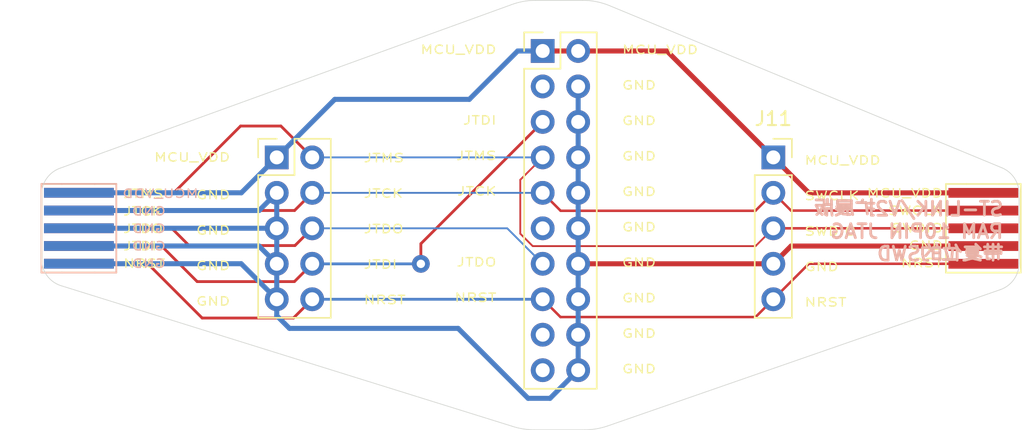
<source format=kicad_pcb>
(kicad_pcb (version 20241229) (generator "pcbnew") (generator_version "9.0")
  (layers (0 "F.Cu" signal) (2 "B.Cu" signal) (13 "F.Paste" user) (15 "B.Paste" user) (5 "F.SilkS" user "F.Silkscreen") (7 "B.SilkS" user "B.Silkscreen") (1 "F.Mask" user) (3 "B.Mask" user) (25 "Edge.Cuts" user))
  (net 0 "")
  (net 2 "/GND")
  (net 3 "/NJTRST")
  (net 4 "/NRST")
  (net 5 "/MCU VDD")
  (net 6 "/JTDI")
  (net 7 "/JTCK")
  (net 8 "/JTDO")
  (net 9 "/JTMS")
  (footprint "Library:FPC_2x5" (layer "F.Cu") (at 102.67 115.57 -90)
    (property "Reference" "J15" (hide yes))
    (property "Value" "Conn_02x05_Odd_Even")
    (fp_line (start -3.175 2.68) (end 3.175 2.68) (stroke (width 0.12)) (layer "F.SilkS"))
    (fp_line (start -3.175 2.68) (end -3.175 1.22) (stroke (width 0.12)) (layer "F.SilkS"))
    (fp_line (start 3.175 2.68) (end 3.175 1.22) (stroke (width 0.12)) (layer "F.SilkS"))
    (fp_line (start -3.175 1.22) (end -3.175 -1.14) (stroke (width 0.12)) (layer "F.SilkS"))
    (fp_line (start 3.175 1.22) (end 3.175 -1.14) (stroke (width 0.12)) (layer "F.SilkS"))
    (fp_line (start -3.175 -1.14) (end -3.175 -2.68) (stroke (width 0.12)) (layer "F.SilkS"))
    (fp_line (start 3.175 -1.14) (end 3.175 -2.68) (stroke (width 0.12)) (layer "F.SilkS"))
    (fp_line (start -3.175 -2.68) (end 3.175 -2.68) (stroke (width 0.12)) (layer "F.SilkS"))
    (fp_line (start -3.175 2.68) (end -3.175 1.22) (stroke (width 0.12)) (layer "B.SilkS"))
    (fp_line (start 3.175 2.68) (end -3.175 2.68) (stroke (width 0.12)) (layer "B.SilkS"))
    (fp_line (start 3.175 2.68) (end 3.175 1.22) (stroke (width 0.12)) (layer "B.SilkS"))
    (fp_line (start -3.175 1.22) (end -3.175 -1.14) (stroke (width 0.12)) (layer "B.SilkS"))
    (fp_line (start 3.175 1.22) (end 3.175 -1.14) (stroke (width 0.12)) (layer "B.SilkS"))
    (fp_line (start -3.175 -1.14) (end -3.175 -2.68) (stroke (width 0.12)) (layer "B.SilkS"))
    (fp_line (start 3.175 -1.14) (end 3.175 -2.68) (stroke (width 0.12)) (layer "B.SilkS"))
    (fp_line (start 3.175 -2.68) (end -3.175 -2.68) (stroke (width 0.12)) (layer "B.SilkS"))
    (pad "1" smd rect (at -2.54 0 270) (size 0.7 5) (layers "B.Cu" "B.Mask" "B.Paste") (net 5 "/MCU VDD"))
    (pad "2" smd rect (at -2.54 0 270) (size 0.7 5) (layers "F.Cu" "F.Mask" "F.Paste") (net 9 "/JTMS"))
    (pad "3" smd rect (at -1.27 0 270) (size 0.7 5) (layers "B.Cu" "B.Mask" "B.Paste") (net 2 "/GND"))
    (pad "4" smd rect (at -1.27 0 270) (size 0.7 5) (layers "F.Cu" "F.Mask" "F.Paste") (net 7 "/JTCK"))
    (pad "5" smd rect (at 0 0 270) (size 0.7 5) (layers "B.Cu" "B.Mask" "B.Paste") (net 2 "/GND"))
    (pad "6" smd rect (at 0 0 270) (size 0.7 5) (layers "F.Cu" "F.Mask" "F.Paste") (net 8 "/JTDO"))
    (pad "7" smd rect (at 1.27 0 270) (size 0.7 5) (layers "B.Cu" "B.Mask" "B.Paste") (net 2 "/GND"))
    (pad "8" smd rect (at 1.27 0 270) (size 0.7 5) (layers "F.Cu" "F.Mask" "F.Paste") (net 6 "/JTDI"))
    (pad "9" smd rect (at 2.54 0 270) (size 0.7 5) (layers "B.Cu" "B.Mask" "B.Paste") (net 2 "/GND"))
    (pad "10" smd rect (at 2.54 0 270) (size 0.7 5) (layers "F.Cu" "F.Mask" "F.Paste") (net 4 "/NRST"))
  )
  (footprint "Connector_PinHeader_2.54mm:PinHeader_2x10_P2.54mm_Vertical" (layer "F.Cu") (at 135.885 102.875)
    (property "Reference" "J5" (hide yes))
    (property "Value" "Conn_02x10_Odd_Even")
    (fp_line (start -1.33 -1.33) (end 0 -1.33) (stroke (width 0.12)) (layer "F.SilkS"))
    (fp_line (start -1.33 0) (end -1.33 -1.33) (stroke (width 0.12)) (layer "F.SilkS"))
    (fp_line (start -1.33 1.27) (end -1.33 24.19) (stroke (width 0.12)) (layer "F.SilkS"))
    (fp_line (start -1.33 1.27) (end 1.27 1.27) (stroke (width 0.12)) (layer "F.SilkS"))
    (fp_line (start -1.33 24.19) (end 3.87 24.19) (stroke (width 0.12)) (layer "F.SilkS"))
    (fp_line (start 1.27 -1.33) (end 3.87 -1.33) (stroke (width 0.12)) (layer "F.SilkS"))
    (fp_line (start 1.27 1.27) (end 1.27 -1.33) (stroke (width 0.12)) (layer "F.SilkS"))
    (fp_line (start 3.87 -1.33) (end 3.87 24.19) (stroke (width 0.12)) (layer "F.SilkS"))
    (pad "1" thru_hole rect (at 0 0) (size 1.7 1.7) (drill 1) (layers "*.Cu" "*.Mask") (net 5 "/MCU VDD"))
    (pad "2" thru_hole oval (at 2.54 0) (size 1.7 1.7) (drill 1) (layers "*.Cu" "*.Mask") (net 5 "/MCU VDD"))
    (pad "3" thru_hole oval (at 0 2.54) (size 1.7 1.7) (drill 1) (layers "*.Cu" "*.Mask") (net 3 "/NJTRST"))
    (pad "4" thru_hole oval (at 2.54 2.54) (size 1.7 1.7) (drill 1) (layers "*.Cu" "*.Mask") (net 2 "/GND"))
    (pad "5" thru_hole oval (at 0 5.08) (size 1.7 1.7) (drill 1) (layers "*.Cu" "*.Mask") (net 6 "/JTDI"))
    (pad "6" thru_hole oval (at 2.54 5.08) (size 1.7 1.7) (drill 1) (layers "*.Cu" "*.Mask") (net 2 "/GND"))
    (pad "7" thru_hole oval (at 0 7.62) (size 1.7 1.7) (drill 1) (layers "*.Cu" "*.Mask") (net 9 "/JTMS"))
    (pad "8" thru_hole oval (at 2.54 7.62) (size 1.7 1.7) (drill 1) (layers "*.Cu" "*.Mask") (net 2 "/GND"))
    (pad "9" thru_hole oval (at 0 10.16) (size 1.7 1.7) (drill 1) (layers "*.Cu" "*.Mask") (net 7 "/JTCK"))
    (pad "10" thru_hole oval (at 2.54 10.16) (size 1.7 1.7) (drill 1) (layers "*.Cu" "*.Mask") (net 2 "/GND"))
    (pad "11" thru_hole oval (at 0 12.7) (size 1.7 1.7) (drill 1) (layers "*.Cu" "*.Mask"))
    (pad "12" thru_hole oval (at 2.54 12.7) (size 1.7 1.7) (drill 1) (layers "*.Cu" "*.Mask") (net 2 "/GND"))
    (pad "13" thru_hole oval (at 0 15.24) (size 1.7 1.7) (drill 1) (layers "*.Cu" "*.Mask") (net 8 "/JTDO"))
    (pad "14" thru_hole oval (at 2.54 15.24) (size 1.7 1.7) (drill 1) (layers "*.Cu" "*.Mask") (net 2 "/GND"))
    (pad "15" thru_hole oval (at 0 17.78) (size 1.7 1.7) (drill 1) (layers "*.Cu" "*.Mask") (net 4 "/NRST"))
    (pad "16" thru_hole oval (at 2.54 17.78) (size 1.7 1.7) (drill 1) (layers "*.Cu" "*.Mask") (net 2 "/GND"))
    (pad "17" thru_hole oval (at 0 20.32) (size 1.7 1.7) (drill 1) (layers "*.Cu" "*.Mask"))
    (pad "18" thru_hole oval (at 2.54 20.32) (size 1.7 1.7) (drill 1) (layers "*.Cu" "*.Mask") (net 2 "/GND"))
    (pad "19" thru_hole oval (at 0 22.86) (size 1.7 1.7) (drill 1) (layers "*.Cu" "*.Mask"))
    (pad "20" thru_hole oval (at 2.54 22.86) (size 1.7 1.7) (drill 1) (layers "*.Cu" "*.Mask") (net 2 "/GND"))
  )
  (footprint "Library:FPC_5" (layer "F.Cu") (at 167.44 115.575 -90)
    (property "Reference" "J10" (hide yes))
    (property "Value" "PINHD_1x5_Female")
    (fp_line (start -3.175 2.68) (end 3.175 2.68) (stroke (width 0.12)) (layer "F.SilkS"))
    (fp_line (start -3.175 2.68) (end -3.175 1.22) (stroke (width 0.12)) (layer "F.SilkS"))
    (fp_line (start 3.175 2.68) (end 3.175 1.22) (stroke (width 0.12)) (layer "F.SilkS"))
    (fp_line (start -3.175 1.22) (end -3.175 -1.14) (stroke (width 0.12)) (layer "F.SilkS"))
    (fp_line (start 3.175 1.22) (end 3.175 -1.14) (stroke (width 0.12)) (layer "F.SilkS"))
    (fp_line (start -3.175 -1.14) (end -3.175 -2.68) (stroke (width 0.12)) (layer "F.SilkS"))
    (fp_line (start 3.175 -1.14) (end 3.175 -2.68) (stroke (width 0.12)) (layer "F.SilkS"))
    (fp_line (start -3.175 -2.68) (end 3.175 -2.68) (stroke (width 0.12)) (layer "F.SilkS"))
    (pad "1" smd rect (at -2.54 0 270) (size 0.7 5) (layers "F.Cu" "F.Mask" "F.Paste") (net 5 "/MCU VDD"))
    (pad "2" smd rect (at -1.27 0 270) (size 0.7 5) (layers "F.Cu" "F.Mask" "F.Paste") (net 7 "/JTCK"))
    (pad "3" smd rect (at 0 0 270) (size 0.7 5) (layers "F.Cu" "F.Mask" "F.Paste") (net 9 "/JTMS"))
    (pad "4" smd rect (at 1.27 0 270) (size 0.7 5) (layers "F.Cu" "F.Mask" "F.Paste") (net 2 "/GND"))
    (pad "5" smd rect (at 2.54 0 270) (size 0.7 5) (layers "F.Cu" "F.Mask" "F.Paste") (net 4 "/NRST"))
  )
  (footprint "Connector_PinHeader_2.54mm:PinHeader_2x05_P2.54mm_Vertical" (layer "F.Cu") (at 116.84 110.495)
    (property "Reference" "J14" (hide yes))
    (property "Value" "Conn_02x05_Odd_Even")
    (fp_line (start -1.33 -1.33) (end 0 -1.33) (stroke (width 0.12)) (layer "F.SilkS"))
    (fp_line (start -1.33 0) (end -1.33 -1.33) (stroke (width 0.12)) (layer "F.SilkS"))
    (fp_line (start -1.33 1.27) (end -1.33 11.49) (stroke (width 0.12)) (layer "F.SilkS"))
    (fp_line (start -1.33 1.27) (end 1.27 1.27) (stroke (width 0.12)) (layer "F.SilkS"))
    (fp_line (start -1.33 11.49) (end 3.87 11.49) (stroke (width 0.12)) (layer "F.SilkS"))
    (fp_line (start 1.27 -1.33) (end 3.87 -1.33) (stroke (width 0.12)) (layer "F.SilkS"))
    (fp_line (start 1.27 1.27) (end 1.27 -1.33) (stroke (width 0.12)) (layer "F.SilkS"))
    (fp_line (start 3.87 -1.33) (end 3.87 11.49) (stroke (width 0.12)) (layer "F.SilkS"))
    (pad "1" thru_hole rect (at 0 0) (size 1.7 1.7) (drill 1) (layers "*.Cu" "*.Mask") (net 5 "/MCU VDD"))
    (pad "2" thru_hole oval (at 2.54 0) (size 1.7 1.7) (drill 1) (layers "*.Cu" "*.Mask") (net 9 "/JTMS"))
    (pad "3" thru_hole oval (at 0 2.54) (size 1.7 1.7) (drill 1) (layers "*.Cu" "*.Mask") (net 2 "/GND"))
    (pad "4" thru_hole oval (at 2.54 2.54) (size 1.7 1.7) (drill 1) (layers "*.Cu" "*.Mask") (net 7 "/JTCK"))
    (pad "5" thru_hole oval (at 0 5.08) (size 1.7 1.7) (drill 1) (layers "*.Cu" "*.Mask") (net 2 "/GND"))
    (pad "6" thru_hole oval (at 2.54 5.08) (size 1.7 1.7) (drill 1) (layers "*.Cu" "*.Mask") (net 8 "/JTDO"))
    (pad "7" thru_hole oval (at 0 7.62) (size 1.7 1.7) (drill 1) (layers "*.Cu" "*.Mask") (net 2 "/GND"))
    (pad "8" thru_hole oval (at 2.54 7.62) (size 1.7 1.7) (drill 1) (layers "*.Cu" "*.Mask") (net 6 "/JTDI"))
    (pad "9" thru_hole oval (at 0 10.16) (size 1.7 1.7) (drill 1) (layers "*.Cu" "*.Mask") (net 2 "/GND"))
    (pad "10" thru_hole oval (at 2.54 10.16) (size 1.7 1.7) (drill 1) (layers "*.Cu" "*.Mask") (net 4 "/NRST"))
  )
  (footprint "Connector_PinSocket_2.54mm:PinSocket_1x05_P2.54mm_Vertical" (layer "F.Cu") (at 152.4 110.495)
    (property "Reference" "J11" (at 0 -2.77 0) (layer "F.SilkS"))
    (property "Value" "PINHD_1x5_Female")
    (fp_line (start -1.33 1.27) (end -1.33 11.49) (stroke (width 0.12)) (layer "F.SilkS"))
    (fp_line (start -1.33 1.27) (end 1.33 1.27) (stroke (width 0.12)) (layer "F.SilkS"))
    (fp_line (start -1.33 11.49) (end 1.33 11.49) (stroke (width 0.12)) (layer "F.SilkS"))
    (fp_line (start 0 -1.33) (end 1.33 -1.33) (stroke (width 0.12)) (layer "F.SilkS"))
    (fp_line (start 1.33 -1.33) (end 1.33 0) (stroke (width 0.12)) (layer "F.SilkS"))
    (fp_line (start 1.33 1.27) (end 1.33 11.49) (stroke (width 0.12)) (layer "F.SilkS"))
    (pad "1" thru_hole rect (at 0 0) (size 1.7 1.7) (drill 1) (layers "*.Cu" "*.Mask") (net 5 "/MCU VDD"))
    (pad "2" thru_hole circle (at 0 2.54) (size 1.7 1.7) (drill 1) (layers "*.Cu" "*.Mask") (net 7 "/JTCK"))
    (pad "3" thru_hole circle (at 0 5.08) (size 1.7 1.7) (drill 1) (layers "*.Cu" "*.Mask") (net 9 "/JTMS"))
    (pad "4" thru_hole circle (at 0 7.62) (size 1.7 1.7) (drill 1) (layers "*.Cu" "*.Mask") (net 2 "/GND"))
    (pad "5" thru_hole circle (at 0 10.16) (size 1.7 1.7) (drill 1) (layers "*.Cu" "*.Mask") (net 4 "/NRST"))
  )
  (gr_arc (start 168.763804 111.239175) (mid 169.662469 111.975737) (end 170 113.087581) (stroke (width 0.05)) (layer "Edge.Cuts"))
  (gr_arc (start 100 113.152591) (mid 100.362537 112.004247) (end 101.318702 111.272209) (stroke (width 0.05)) (layer "Edge.Cuts"))
  (gr_arc (start 170 118.077157) (mid 169.629688 119.23656) (end 168.65583 119.966571) (stroke (width 0.05)) (layer "Edge.Cuts"))
  (gr_line (start 170 118.077157) (end 170 113.087581) (stroke (width 0.05)) (layer "Edge.Cuts"))
  (gr_line (start 135.260943 130) (end 138.906904 130) (stroke (width 0.05)) (layer "Edge.Cuts"))
  (gr_line (start 138.757636 99.25) (end 135.377875 99.25) (stroke (width 0.05)) (layer "Edge.Cuts"))
  (gr_arc (start 140.546479 129.723536) (mid 139.738264 129.930399) (end 138.906904 130) (stroke (width 0.05)) (layer "Edge.Cuts"))
  (gr_line (start 101.405026 119.687798) (end 133.773508 129.773629) (stroke (width 0.05)) (layer "Edge.Cuts"))
  (gr_arc (start 138.757636 99.25) (mid 139.731012 99.345668) (end 140.667146 99.628986) (stroke (width 0.05)) (layer "Edge.Cuts"))
  (gr_arc (start 135.260943 130) (mid 134.508661 129.94309) (end 133.773508 129.773629) (stroke (width 0.05)) (layer "Edge.Cuts"))
  (gr_arc (start 101.405026 119.687798) (mid 100.389108 118.963684) (end 100 117.778346) (stroke (width 0.05)) (layer "Edge.Cuts"))
  (gr_line (start 100 113.152591) (end 100 117.778346) (stroke (width 0.05)) (layer "Edge.Cuts"))
  (gr_line (start 140.546479 129.723536) (end 168.65583 119.966571) (stroke (width 0.05)) (layer "Edge.Cuts"))
  (gr_arc (start 133.674631 99.549047) (mid 134.513226 99.325325) (end 135.377875 99.25) (stroke (width 0.05)) (layer "Edge.Cuts"))
  (gr_line (start 168.763804 111.239175) (end 140.667146 99.628986) (stroke (width 0.05)) (layer "Edge.Cuts"))
  (gr_line (start 133.674631 99.549047) (end 101.318702 111.272209) (stroke (width 0.05)) (layer "Edge.Cuts"))
  (gr_text "MCU_VDD" (at 154.57 111.06 0) (layer "F.SilkS") (effects (font (size 0.6 0.8) (thickness 0.1)) (justify left bottom)))
  (gr_text "MCU_VDD\n" (at 127.061905 103.13 0) (layer "F.SilkS") (effects (font (size 0.6 0.8) (thickness 0.1)) (justify left bottom)))
  (gr_text "GND" (at 141.5 115.84 0) (layer "F.SilkS") (effects (font (size 0.6 0.8) (thickness 0.1)) (justify left bottom)))
  (gr_text "JTMS" (at 129.614285 110.73 0) (layer "F.SilkS") (effects (font (size 0.6 0.8) (thickness 0.1)) (justify left bottom)))
  (gr_text "GND" (at 141.5 113.3 0) (layer "F.SilkS") (effects (font (size 0.6 0.8) (thickness 0.1)) (justify left bottom)))
  (gr_text "SWDIO" (at 154.57 116.14 0) (layer "F.SilkS") (effects (font (size 0.6 0.8) (thickness 0.1)) (justify left bottom)))
  (gr_text "GND" (at 111 118.61 0) (layer "F.SilkS") (effects (font (size 0.6 0.8) (thickness 0.1)) (justify left bottom)))
  (gr_text "NRST" (at 154.57 121.22 0) (layer "F.SilkS") (effects (font (size 0.6 0.8) (thickness 0.1)) (justify left bottom)))
  (gr_text "NRST" (at 129.5 120.89 0) (layer "F.SilkS") (effects (font (size 0.6 0.8) (thickness 0.1)) (justify left bottom)))
  (gr_text "GND" (at 162.035715 117.16 0) (layer "F.SilkS") (effects (font (size 0.6 0.8) (thickness 0.1)) (justify left bottom)))
  (gr_text "MCU_VDD" (at 159.026191 113.41 0) (layer "F.SilkS") (effects (font (size 0.6 0.8) (thickness 0.1)) (justify left bottom)))
  (gr_text "JTMS" (at 105.78 113.45 0) (layer "F.SilkS") (effects (font (size 0.6 0.8) (thickness 0.1)) (justify left bottom)))
  (gr_text "GND" (at 111 113.53 0) (layer "F.SilkS") (effects (font (size 0.6 0.8) (thickness 0.1)) (justify left bottom)))
  (gr_text "JTDO" (at 129.652381 118.35 0) (layer "F.SilkS") (effects (font (size 0.6 0.8) (thickness 0.1)) (justify left bottom)))
  (gr_text "NRST" (at 105.78 118.45 0) (layer "F.SilkS") (effects (font (size 0.6 0.8) (thickness 0.1)) (justify left bottom)))
  (gr_text "GND" (at 111 121.15 0) (layer "F.SilkS") (effects (font (size 0.6 0.8) (thickness 0.1)) (justify left bottom)))
  (gr_text "JTCK" (at 123 113.43 0) (layer "F.SilkS") (effects (font (size 0.6 0.8) (thickness 0.1)) (justify left bottom)))
  (gr_text "JTDO" (at 123 115.97 0) (layer "F.SilkS") (effects (font (size 0.6 0.8) (thickness 0.1)) (justify left bottom)))
  (gr_text "GND" (at 141.5 110.76 0) (layer "F.SilkS") (effects (font (size 0.6 0.8) (thickness 0.1)) (justify left bottom)))
  (gr_text "SWCLK" (at 160.55 114.66 0) (layer "F.SilkS") (effects (font (size 0.6 0.8) (thickness 0.1)) (justify left bottom)))
  (gr_text "JTDI" (at 105.78 117.2 0) (layer "F.SilkS") (effects (font (size 0.6 0.8) (thickness 0.1)) (justify left bottom)))
  (gr_text "GND" (at 141.5 108.22 0) (layer "F.SilkS") (effects (font (size 0.6 0.8) (thickness 0.1)) (justify left bottom)))
  (gr_text "SWDIO" (at 160.778572 115.91 0) (layer "F.SilkS") (effects (font (size 0.6 0.8) (thickness 0.1)) (justify left bottom)))
  (gr_text "GND" (at 141.5 105.68 0) (layer "F.SilkS") (effects (font (size 0.6 0.8) (thickness 0.1)) (justify left bottom)))
  (gr_text "GND" (at 154.57 118.68 0) (layer "F.SilkS") (effects (font (size 0.6 0.8) (thickness 0.1)) (justify left bottom)))
  (gr_text "JTCK" (at 129.690476 113.27 0) (layer "F.SilkS") (effects (font (size 0.6 0.8) (thickness 0.1)) (justify left bottom)))
  (gr_text "JTDI" (at 123 118.51 0) (layer "F.SilkS") (effects (font (size 0.6 0.8) (thickness 0.1)) (justify left bottom)))
  (gr_text "GND" (at 141.5 126 0) (layer "F.SilkS") (effects (font (size 0.6 0.8) (thickness 0.1)) (justify left bottom)))
  (gr_text "JTDO" (at 105.78 115.95 0) (layer "F.SilkS") (effects (font (size 0.6 0.8) (thickness 0.1)) (justify left bottom)))
  (gr_text "JTDI" (at 130.109524 108.19 0) (layer "F.SilkS") (effects (font (size 0.6 0.8) (thickness 0.1)) (justify left bottom)))
  (gr_text "GND" (at 111 116.07 0) (layer "F.SilkS") (effects (font (size 0.6 0.8) (thickness 0.1)) (justify left bottom)))
  (gr_text "NRST" (at 123 121.05 0) (layer "F.SilkS") (effects (font (size 0.6 0.8) (thickness 0.1)) (justify left bottom)))
  (gr_text "MCU_VDD\n" (at 141.5 103.14 0) (layer "F.SilkS") (effects (font (size 0.6 0.8) (thickness 0.1)) (justify left bottom)))
  (gr_text "JTMS" (at 123 110.89 0) (layer "F.SilkS") (effects (font (size 0.6 0.8) (thickness 0.1)) (justify left bottom)))
  (gr_text "NRST" (at 161.464286 118.41 0) (layer "F.SilkS") (effects (font (size 0.6 0.8) (thickness 0.1)) (justify left bottom)))
  (gr_text "JTCK" (at 105.78 114.7 0) (layer "F.SilkS") (effects (font (size 0.6 0.8) (thickness 0.1)) (justify left bottom)))
  (gr_text "SWCLK" (at 154.57 113.6 0) (layer "F.SilkS") (effects (font (size 0.6 0.8) (thickness 0.1)) (justify left bottom)))
  (gr_text "GND" (at 141.5 123.46 0) (layer "F.SilkS") (effects (font (size 0.6 0.8) (thickness 0.1)) (justify left bottom)))
  (gr_text "MCU_VDD\n" (at 107.990476 110.84 0) (layer "F.SilkS") (effects (font (size 0.6 0.8) (thickness 0.1)) (justify left bottom)))
  (gr_text "GND" (at 141.5 118.38 0) (layer "F.SilkS") (effects (font (size 0.6 0.8) (thickness 0.1)) (justify left bottom)))
  (gr_text "GND" (at 141.5 120.92 0) (layer "F.SilkS") (effects (font (size 0.6 0.8) (thickness 0.1)) (justify left bottom)))
  (gr_text "MCU_VDD" (at 111.3 113.44 0) (layer "B.SilkS") (effects (font (size 0.6 0.8) (thickness 0.1)) (justify left bottom mirror)))
  (gr_text "GND" (at 108.965238 114.7 0) (layer "B.SilkS") (effects (font (size 0.6 0.8) (thickness 0.1)) (justify left bottom mirror)))
  (gr_text "GND" (at 108.965238 118.45 0) (layer "B.SilkS") (effects (font (size 0.6 0.8) (thickness 0.1)) (justify left bottom mirror)))
  (gr_text "ST-LINK/V2扩展版\nRAM 10PIN JTAG\n带复位的SWD" (at 168.98 117.99 0) (layer "B.SilkS") (effects (font (size 1 1) (thickness 0.2) (bold yes)) (justify left bottom mirror)))
  (gr_text "GND" (at 108.965238 115.95 0) (layer "B.SilkS") (effects (font (size 0.6 0.8) (thickness 0.1)) (justify left bottom mirror)))
  (gr_text "GND" (at 108.965238 117.2 0) (layer "B.SilkS") (effects (font (size 0.6 0.8) (thickness 0.1)) (justify left bottom mirror)))
  (segment (start 152.4 118.115) (end 138.425 118.115) (width 0.36) (layer "F.Cu") (net 2))
  (segment (start 153.67 116.845) (end 152.4 118.115) (width 0.36) (layer "F.Cu") (net 2))
  (segment (start 167.44 116.845) (end 153.67 116.845) (width 0.36) (layer "F.Cu") (net 2))
  (segment (start 129.83 122.74) (end 134.84 127.75) (width 0.36) (layer "B.Cu") (net 2))
  (segment (start 115.565 116.84) (end 116.84 118.115) (width 0.36) (layer "B.Cu") (net 2))
  (segment (start 116.84 120.655) (end 116.84 121.83) (width 0.36) (layer "B.Cu") (net 2))
  (segment (start 117.75 122.74) (end 129.83 122.74) (width 0.36) (layer "B.Cu") (net 2))
  (segment (start 116.835 115.57) (end 116.84 115.575) (width 0.36) (layer "B.Cu") (net 2))
  (segment (start 138.425 105.415) (end 138.425 125.735) (width 0.36) (layer "B.Cu") (net 2))
  (segment (start 134.84 127.75) (end 136.41 127.75) (width 0.36) (layer "B.Cu") (net 2))
  (segment (start 114.295 118.11) (end 116.84 120.655) (width 0.36) (layer "B.Cu") (net 2))
  (segment (start 115.575 114.3) (end 116.84 113.035) (width 0.36) (layer "B.Cu") (net 2))
  (segment (start 102.67 116.84) (end 115.565 116.84) (width 0.36) (layer "B.Cu") (net 2))
  (segment (start 136.41 127.75) (end 138.425 125.735) (width 0.36) (layer "B.Cu") (net 2))
  (segment (start 102.67 118.11) (end 114.295 118.11) (width 0.36) (layer "B.Cu") (net 2))
  (segment (start 102.67 115.57) (end 116.835 115.57) (width 0.36) (layer "B.Cu") (net 2))
  (segment (start 116.84 121.83) (end 117.75 122.74) (width 0.36) (layer "B.Cu") (net 2))
  (segment (start 116.84 113.035) (end 116.84 120.655) (width 0.36) (layer "B.Cu") (net 2))
  (segment (start 102.67 114.3) (end 115.575 114.3) (width 0.36) (layer "B.Cu") (net 2))
  (segment (start 119.38 120.655) (end 118.035 122) (width 0.2) (layer "F.Cu") (net 4))
  (segment (start 154.94 118.115) (end 152.4 120.655) (width 0.18) (layer "F.Cu") (net 4))
  (segment (start 111.5 122) (end 107.61 118.11) (width 0.2) (layer "F.Cu") (net 4))
  (segment (start 151.125 121.93) (end 137.16 121.93) (width 0.18) (layer "F.Cu") (net 4))
  (segment (start 137.16 121.93) (end 135.885 120.655) (width 0.18) (layer "F.Cu") (net 4))
  (segment (start 167.44 118.115) (end 154.94 118.115) (width 0.18) (layer "F.Cu") (net 4))
  (segment (start 152.4 120.655) (end 151.125 121.93) (width 0.18) (layer "F.Cu") (net 4))
  (segment (start 107.61 118.11) (end 102.67 118.11) (width 0.2) (layer "F.Cu") (net 4))
  (segment (start 118.035 122) (end 111.5 122) (width 0.2) (layer "F.Cu") (net 4))
  (segment (start 119.38 120.655) (end 135.885 120.655) (width 0.2) (layer "B.Cu") (net 4))
  (segment (start 135.885 102.875) (end 144.78 102.875) (width 0.36) (layer "F.Cu") (net 5))
  (segment (start 154.94 113.035) (end 152.4 110.495) (width 0.36) (layer "F.Cu") (net 5))
  (segment (start 167.44 113.035) (end 154.94 113.035) (width 0.36) (layer "F.Cu") (net 5))
  (segment (start 144.78 102.875) (end 152.4 110.495) (width 0.36) (layer "F.Cu") (net 5))
  (segment (start 120.995 106.34) (end 130.63 106.34) (width 0.36) (layer "B.Cu") (net 5))
  (segment (start 114.305 113.03) (end 102.67 113.03) (width 0.36) (layer "B.Cu") (net 5))
  (segment (start 134.095 102.875) (end 135.885 102.875) (width 0.36) (layer "B.Cu") (net 5))
  (segment (start 116.84 110.6) (end 116.91 110.67) (width 0.2) (layer "B.Cu") (net 5))
  (segment (start 116.84 110.495) (end 116.84 110.6) (width 0.2) (layer "B.Cu") (net 5))
  (segment (start 116.84 110.495) (end 114.305 113.03) (width 0.36) (layer "B.Cu") (net 5))
  (segment (start 130.63 106.34) (end 134.095 102.875) (width 0.36) (layer "B.Cu") (net 5))
  (segment (start 116.84 110.495) (end 120.995 106.34) (width 0.36) (layer "B.Cu") (net 5))
  (segment (start 127.16 116.68) (end 135.885 107.955) (width 0.2) (layer "F.Cu") (net 6))
  (segment (start 119.38 118.115) (end 118.105 119.39) (width 0.2) (layer "F.Cu") (net 6))
  (segment (start 111.14 119.39) (end 108.59 116.84) (width 0.2) (layer "F.Cu") (net 6))
  (segment (start 127.16 118.12) (end 127.16 116.68) (width 0.2) (layer "F.Cu") (net 6))
  (segment (start 108.59 116.84) (end 102.67 116.84) (width 0.2) (layer "F.Cu") (net 6))
  (segment (start 118.105 119.39) (end 111.14 119.39) (width 0.2) (layer "F.Cu") (net 6))
  (via (at 127.16 118.12) (size 1.27) (drill 0.6) (layers "F.Cu" "B.Cu") (net 6))
  (segment (start 119.38 118.115) (end 119.385 118.12) (width 0.2) (layer "B.Cu") (net 6))
  (segment (start 119.385 118.12) (end 127.16 118.12) (width 0.2) (layer "B.Cu") (net 6))
  (segment (start 153.67 114.305) (end 152.4 113.035) (width 0.18) (layer "F.Cu") (net 7))
  (segment (start 118.115 114.3) (end 102.67 114.3) (width 0.2) (layer "F.Cu") (net 7))
  (segment (start 152.4 113.035) (end 151.115 114.32) (width 0.18) (layer "F.Cu") (net 7))
  (segment (start 119.38 113.035) (end 118.115 114.3) (width 0.2) (layer "F.Cu") (net 7))
  (segment (start 137.17 114.32) (end 135.885 113.035) (width 0.18) (layer "F.Cu") (net 7))
  (segment (start 151.115 114.32) (end 137.17 114.32) (width 0.18) (layer "F.Cu") (net 7))
  (segment (start 167.44 114.305) (end 153.67 114.305) (width 0.18) (layer "F.Cu") (net 7))
  (segment (start 135.885 113.035) (end 119.38 113.035) (width 0.13) (layer "B.Cu") (net 7))
  (segment (start 110.56 116.81) (end 109.32 115.57) (width 0.2) (layer "F.Cu") (net 8))
  (segment (start 109.32 115.57) (end 102.67 115.57) (width 0.2) (layer "F.Cu") (net 8))
  (segment (start 119.38 115.575) (end 118.145 116.81) (width 0.2) (layer "F.Cu") (net 8))
  (segment (start 118.145 116.81) (end 110.56 116.81) (width 0.2) (layer "F.Cu") (net 8))
  (segment (start 135.885 118.115) (end 133.345 115.575) (width 0.13) (layer "B.Cu") (net 8))
  (segment (start 133.345 115.575) (end 119.38 115.575) (width 0.13) (layer "B.Cu") (net 8))
  (segment (start 109.47 113.03) (end 114.25 108.25) (width 0.2) (layer "F.Cu") (net 9))
  (segment (start 135.17 116.85) (end 151.125 116.85) (width 0.13) (layer "F.Cu") (net 9))
  (segment (start 151.125 116.85) (end 152.4 115.575) (width 0.13) (layer "F.Cu") (net 9))
  (segment (start 134.28 112.1) (end 134.28 115.96) (width 0.13) (layer "F.Cu") (net 9))
  (segment (start 117.135 108.25) (end 119.38 110.495) (width 0.2) (layer "F.Cu") (net 9))
  (segment (start 167.44 115.575) (end 152.4 115.575) (width 0.18) (layer "F.Cu") (net 9))
  (segment (start 102.67 113.03) (end 109.47 113.03) (width 0.2) (layer "F.Cu") (net 9))
  (segment (start 134.28 115.96) (end 135.17 116.85) (width 0.13) (layer "F.Cu") (net 9))
  (segment (start 114.25 108.25) (end 117.135 108.25) (width 0.2) (layer "F.Cu") (net 9))
  (segment (start 135.885 110.495) (end 134.28 112.1) (width 0.13) (layer "F.Cu") (net 9))
  (segment (start 135.885 110.495) (end 119.38 110.495) (width 0.13) (layer "B.Cu") (net 9))
)
</source>
